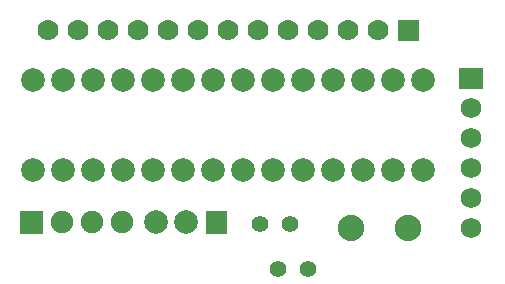
<source format=gbs>
G04 Layer: BottomSolderMaskLayer*
G04 EasyEDA v6.4.5, 2020-09-09T10:55:23+00:00*
G04 9ae0df8139264758ba9d87524d1a2e77,b97ca10cbf7f413284ca0e80e24dcd20,10*
G04 Gerber Generator version 0.2*
G04 Scale: 100 percent, Rotated: No, Reflected: No *
G04 Dimensions in inches *
G04 leading zeros omitted , absolute positions ,2 integer and 4 decimal *
%FSLAX24Y24*%
%MOIN*%
G90*
G70D02*

%ADD26C,0.069000*%
%ADD28C,0.088000*%
%ADD30C,0.070000*%
%ADD31C,0.078866*%
%ADD33C,0.055000*%
%ADD35C,0.074929*%

%LPD*%
G54D26*
G01X16450Y2850D03*
G01X16450Y3850D03*
G01X16450Y4850D03*
G01X16450Y5850D03*
G01X16450Y6850D03*
G36*
G01X16056Y7505D02*
G01X16056Y8194D01*
G01X16843Y8194D01*
G01X16843Y7505D01*
G01X16056Y7505D01*
G37*
G54D28*
G01X12435Y2850D03*
G01X14364Y2850D03*
G36*
G01X14000Y9100D02*
G01X14000Y9800D01*
G01X14700Y9800D01*
G01X14700Y9100D01*
G01X14000Y9100D01*
G37*
G54D30*
G01X13350Y9450D03*
G01X12350Y9450D03*
G01X11350Y9450D03*
G01X10350Y9450D03*
G01X9350Y9450D03*
G01X8350Y9450D03*
G01X7350Y9450D03*
G01X6350Y9450D03*
G01X5350Y9450D03*
G01X4350Y9450D03*
G01X3350Y9450D03*
G01X2350Y9450D03*
G54D31*
G01X5950Y3050D03*
G01X6950Y3050D03*
G36*
G01X7600Y2655D02*
G01X7600Y3444D01*
G01X8300Y3444D01*
G01X8300Y2655D01*
G01X7600Y2655D01*
G37*
G54D33*
G01X9400Y3000D03*
G01X10400Y3000D03*
G01X10000Y1500D03*
G01X11000Y1500D03*
G36*
G01X1425Y2675D02*
G01X1425Y3425D01*
G01X2175Y3425D01*
G01X2175Y2675D01*
G01X1425Y2675D01*
G37*
G54D35*
G01X2800Y3050D03*
G01X3800Y3050D03*
G01X4800Y3050D03*
G54D31*
G01X1850Y4800D03*
G01X1850Y7800D03*
G01X2850Y4800D03*
G01X2850Y7800D03*
G01X3850Y4800D03*
G01X3850Y7800D03*
G01X4850Y4800D03*
G01X4850Y7800D03*
G01X5850Y4800D03*
G01X5850Y7800D03*
G01X6850Y4800D03*
G01X6850Y7800D03*
G01X7850Y4800D03*
G01X7850Y7800D03*
G01X8850Y4800D03*
G01X8850Y7800D03*
G01X9850Y4800D03*
G01X9850Y7800D03*
G01X10850Y4800D03*
G01X10850Y7800D03*
G01X11850Y4800D03*
G01X11850Y7800D03*
G01X12850Y4800D03*
G01X12850Y7800D03*
G01X13850Y4800D03*
G01X13850Y7800D03*
G01X14850Y4800D03*
G01X14850Y7800D03*
M00*
M02*

</source>
